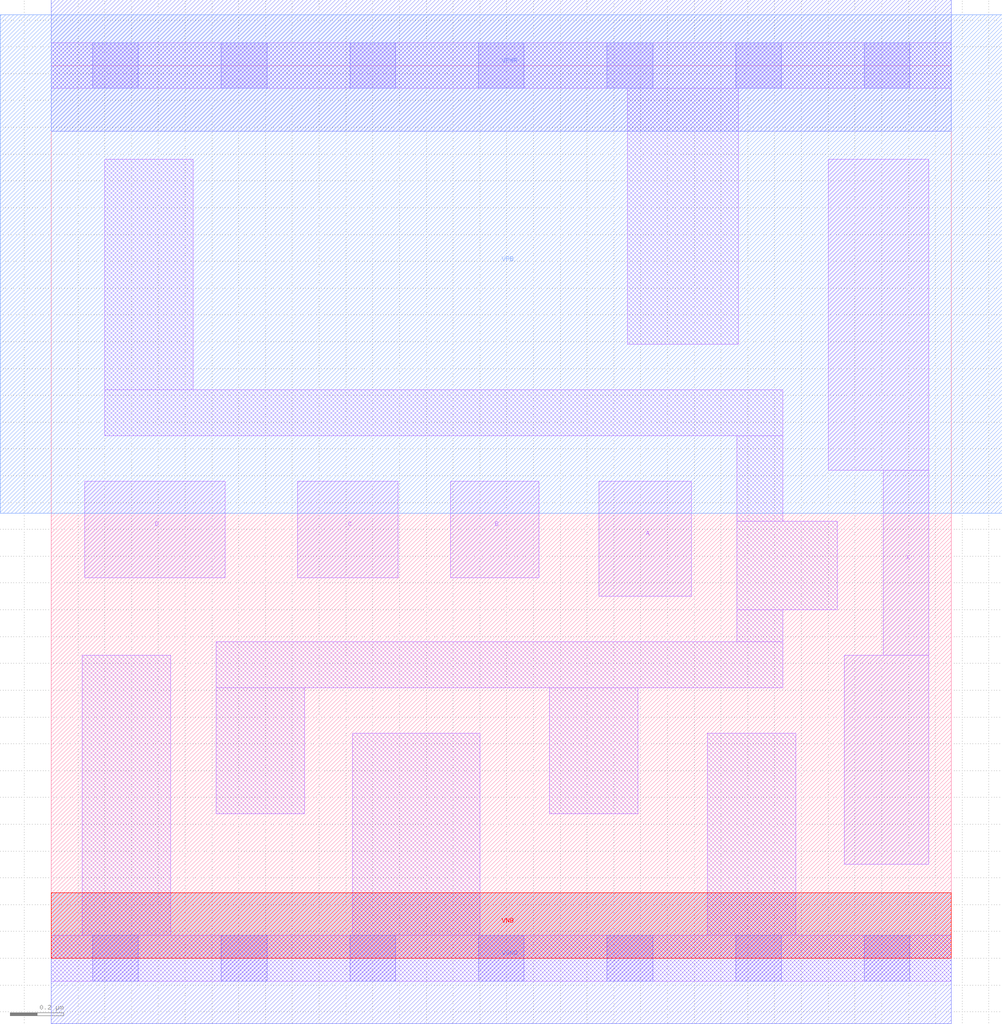
<source format=lef>
# Copyright 2020 The SkyWater PDK Authors
#
# Licensed under the Apache License, Version 2.0 (the "License");
# you may not use this file except in compliance with the License.
# You may obtain a copy of the License at
#
#     https://www.apache.org/licenses/LICENSE-2.0
#
# Unless required by applicable law or agreed to in writing, software
# distributed under the License is distributed on an "AS IS" BASIS,
# WITHOUT WARRANTIES OR CONDITIONS OF ANY KIND, either express or implied.
# See the License for the specific language governing permissions and
# limitations under the License.
#
# SPDX-License-Identifier: Apache-2.0

VERSION 5.7 ;
  NOWIREEXTENSIONATPIN ON ;
  DIVIDERCHAR "/" ;
  BUSBITCHARS "[]" ;
MACRO sky130_fd_sc_ls__or4_1
  CLASS CORE ;
  FOREIGN sky130_fd_sc_ls__or4_1 ;
  ORIGIN  0.000000  0.000000 ;
  SIZE  3.360000 BY  3.330000 ;
  SYMMETRY X Y ;
  SITE unit ;
  PIN A
    ANTENNAGATEAREA  0.232500 ;
    DIRECTION INPUT ;
    USE SIGNAL ;
    PORT
      LAYER li1 ;
        RECT 2.045000 1.350000 2.390000 1.780000 ;
    END
  END A
  PIN B
    ANTENNAGATEAREA  0.232500 ;
    DIRECTION INPUT ;
    USE SIGNAL ;
    PORT
      LAYER li1 ;
        RECT 1.490000 1.420000 1.820000 1.780000 ;
    END
  END B
  PIN C
    ANTENNAGATEAREA  0.232500 ;
    DIRECTION INPUT ;
    USE SIGNAL ;
    PORT
      LAYER li1 ;
        RECT 0.920000 1.420000 1.295000 1.780000 ;
    END
  END C
  PIN D
    ANTENNAGATEAREA  0.232500 ;
    DIRECTION INPUT ;
    USE SIGNAL ;
    PORT
      LAYER li1 ;
        RECT 0.125000 1.420000 0.650000 1.780000 ;
    END
  END D
  PIN X
    ANTENNADIFFAREA  0.541300 ;
    DIRECTION OUTPUT ;
    USE SIGNAL ;
    PORT
      LAYER li1 ;
        RECT 2.900000 1.820000 3.275000 2.980000 ;
        RECT 2.960000 0.350000 3.275000 1.130000 ;
        RECT 3.105000 1.130000 3.275000 1.820000 ;
    END
  END X
  PIN VGND
    DIRECTION INOUT ;
    SHAPE ABUTMENT ;
    USE GROUND ;
    PORT
      LAYER met1 ;
        RECT 0.000000 -0.245000 3.360000 0.245000 ;
    END
  END VGND
  PIN VNB
    DIRECTION INOUT ;
    USE GROUND ;
    PORT
      LAYER pwell ;
        RECT 0.000000 0.000000 3.360000 0.245000 ;
    END
  END VNB
  PIN VPB
    DIRECTION INOUT ;
    USE POWER ;
    PORT
      LAYER nwell ;
        RECT -0.190000 1.660000 3.550000 3.520000 ;
    END
  END VPB
  PIN VPWR
    DIRECTION INOUT ;
    SHAPE ABUTMENT ;
    USE POWER ;
    PORT
      LAYER met1 ;
        RECT 0.000000 3.085000 3.360000 3.575000 ;
    END
  END VPWR
  OBS
    LAYER li1 ;
      RECT 0.000000 -0.085000 3.360000 0.085000 ;
      RECT 0.000000  3.245000 3.360000 3.415000 ;
      RECT 0.115000  0.085000 0.445000 1.130000 ;
      RECT 0.200000  1.950000 2.730000 2.120000 ;
      RECT 0.200000  2.120000 0.530000 2.980000 ;
      RECT 0.615000  0.540000 0.945000 1.010000 ;
      RECT 0.615000  1.010000 2.730000 1.180000 ;
      RECT 1.125000  0.085000 1.600000 0.840000 ;
      RECT 1.860000  0.540000 2.190000 1.010000 ;
      RECT 2.150000  2.290000 2.565000 3.245000 ;
      RECT 2.450000  0.085000 2.780000 0.840000 ;
      RECT 2.560000  1.180000 2.730000 1.300000 ;
      RECT 2.560000  1.300000 2.935000 1.630000 ;
      RECT 2.560000  1.630000 2.730000 1.950000 ;
    LAYER mcon ;
      RECT 0.155000 -0.085000 0.325000 0.085000 ;
      RECT 0.155000  3.245000 0.325000 3.415000 ;
      RECT 0.635000 -0.085000 0.805000 0.085000 ;
      RECT 0.635000  3.245000 0.805000 3.415000 ;
      RECT 1.115000 -0.085000 1.285000 0.085000 ;
      RECT 1.115000  3.245000 1.285000 3.415000 ;
      RECT 1.595000 -0.085000 1.765000 0.085000 ;
      RECT 1.595000  3.245000 1.765000 3.415000 ;
      RECT 2.075000 -0.085000 2.245000 0.085000 ;
      RECT 2.075000  3.245000 2.245000 3.415000 ;
      RECT 2.555000 -0.085000 2.725000 0.085000 ;
      RECT 2.555000  3.245000 2.725000 3.415000 ;
      RECT 3.035000 -0.085000 3.205000 0.085000 ;
      RECT 3.035000  3.245000 3.205000 3.415000 ;
  END
END sky130_fd_sc_ls__or4_1
END LIBRARY

</source>
